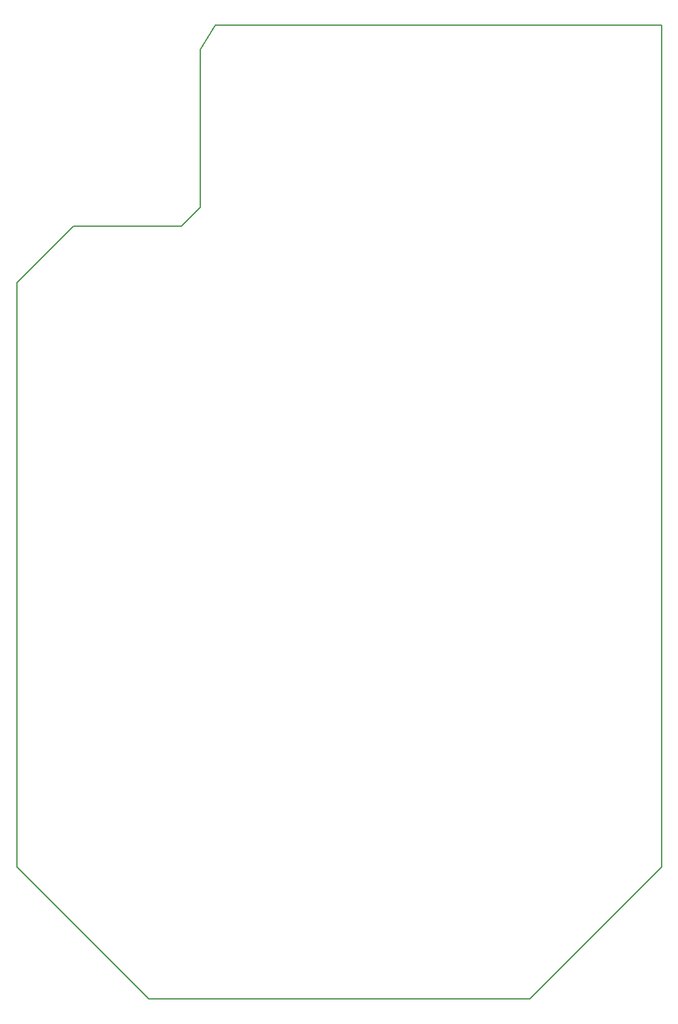
<source format=gbr>
G04 DipTrace 3.0.0.2*
G04 BoardOutline.gbr*
%MOIN*%
G04 #@! TF.FileFunction,Profile*
G04 #@! TF.Part,Single*
%ADD11C,0.005512*%
%FSLAX26Y26*%
G04*
G70*
G90*
G75*
G01*
G04 BoardOutline*
%LPD*%
X393701Y1093701D2*
D11*
X1093701Y393701D1*
X3118701D1*
X3818701Y1093701D1*
Y5562451D1*
X1449951Y5562441D1*
X1368701Y5431201D1*
Y4593701D1*
X1268701Y4493701D1*
X693701D1*
X393701Y4193701D1*
Y1093701D1*
M02*

</source>
